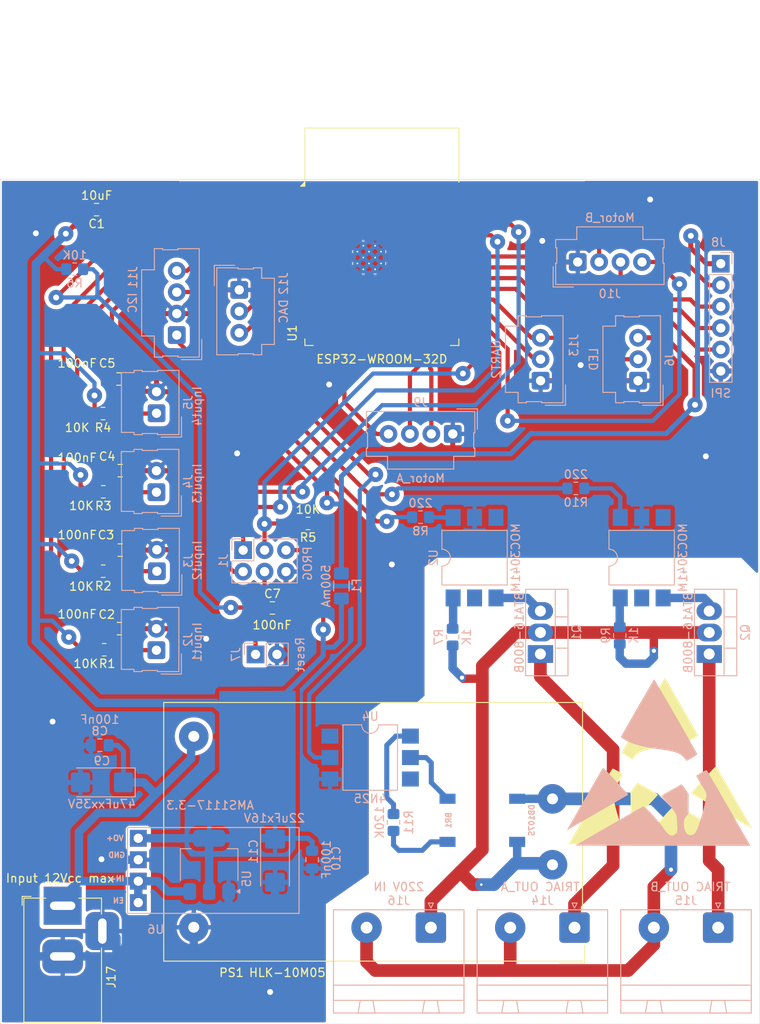
<source format=kicad_pcb>
(kicad_pcb (version 20241229) (generator "pcbnew") (generator_version "9.0")
  (layers (0 "F.Cu" signal) (2 "B.Cu" signal) (13 "F.Paste" user) (15 "B.Paste" user) (5 "F.SilkS" user "F.Silkscreen") (7 "B.SilkS" user "B.Silkscreen") (1 "F.Mask" user) (3 "B.Mask" user) (25 "Edge.Cuts" user))
  (net 0 "")
  (net 1 "+3.3V")
  (net 2 "GND")
  (net 3 "/In1")
  (net 4 "/In2")
  (net 5 "/In3")
  (net 6 "/In4")
  (net 7 "/EN")
  (net 8 "Net-(PS1-+Vout)")
  (net 9 "/NEUTRO")
  (net 10 "/FASE")
  (net 11 "/380V")
  (net 12 "/D_led")
  (net 13 "+3.3V_fused")
  (net 14 "/DTR")
  (net 15 "/TXD0")
  (net 16 "/RXD0")
  (net 17 "/CE")
  (net 18 "/CLK")
  (net 19 "/MOSI")
  (net 20 "/MISO")
  (net 21 "/IN_A_N")
  (net 22 "/IN_A_P")
  (net 23 "/EN_A")
  (net 24 "/IN_B_N")
  (net 25 "/EN_B")
  (net 26 "/IN_B_P")
  (net 27 "/SDA")
  (net 28 "/SCL")
  (net 29 "/DAC_P")
  (net 30 "/RX2")
  (net 31 "Net-(Q1-G)")
  (net 32 "Net-(Q2-G)")
  (net 33 "Net-(R7-Pad1)")
  (net 34 "Net-(R8-Pad2)")
  (net 35 "/TRIAC_A")
  (net 36 "Net-(R9-Pad1)")
  (net 37 "Net-(R10-Pad2)")
  (net 38 "/TRIAC_B")
  (net 39 "Net-(R11-Pad2)")
  (net 40 "/DAC_N")
  (net 53 "/ZERO")
  (net 55 "Net-(J15-Pin_1)")
  (net 56 "Net-(J14-Pin_1)")
  (net 57 "Net-(BR1-Pad-)")
  (footprint "Resistor_SMD:R_0805_2012Metric_Pad1.20x1.40mm_HandSolder" (layer "F.Cu") (at 42.2 106.4)
    (property "Reference" "R2")
    (property "Value" "10K")
  )
  (footprint "Capacitor_SMD:C_0805_2012Metric_Pad1.18x1.45mm_HandSolder" (layer "F.Cu") (at 44.07 83.65)
    (property "Reference" "C5")
    (property "Value" "100nF")
  )
  (footprint "Capacitor_SMD:C_0805_2012Metric_Pad1.18x1.45mm_HandSolder" (layer "F.Cu") (at 41.42 63.6 180)
    (property "Reference" "C1")
    (property "Value" "10uF")
  )
  (footprint "Resistor_SMD:R_0805_2012Metric_Pad1.20x1.40mm_HandSolder" (layer "F.Cu") (at 42.32 115.7)
    (property "Reference" "R1")
    (property "Value" "10K")
  )
  (footprint "Capacitor_SMD:C_0805_2012Metric_Pad1.18x1.45mm_HandSolder" (layer "F.Cu") (at 62.25 110.75)
    (property "Reference" "C7")
    (property "Value" "100nF")
  )
  (footprint "Connector_BarrelJack:BarrelJack_Horizontal" (layer "F.Cu") (at 37.4 146 90)
    (property "Reference" "J17")
    (property "Value" "Input 12Vcc max")
  )
  (footprint "Resistor_SMD:R_0805_2012Metric_Pad1.20x1.40mm_HandSolder" (layer "F.Cu") (at 66.47 100.75 180)
    (property "Reference" "R5")
    (property "Value" "10K")
  )
  (footprint "RF_Module:ESP32-WROOM-32D" (layer "F.Cu") (at 75.22 69.8)
    (property "Reference" "U1")
    (property "Value" "ESP32-WROOM-32D")
  )
  (footprint "Resistor_SMD:R_0805_2012Metric_Pad1.20x1.40mm_HandSolder" (layer "F.Cu") (at 42.1825 87.74)
    (property "Reference" "R4")
    (property "Value" "10K")
  )
  (footprint "Resistor_SMD:R_0805_2012Metric_Pad1.20x1.40mm_HandSolder" (layer "F.Cu") (at 42.22 97)
    (property "Reference" "R3")
    (property "Value" "10K")
  )
  (footprint "Converter_ACDC:Converter_ACDC_Hi-Link_HLK-10Mxx" (layer "F.Cu") (at 95.4325 141.15 180)
    (property "Reference" "PS1")
    (property "Value" "HLK-10M05")
  )
  (footprint "Symbol:ESD-Logo_22x20mm_SilkScreen" (layer "F.Cu") (at 108.234876 128.816654)
    (property "Reference" "REF**" (hide yes))
    (property "Value" "ESD-Logo_22x20mm_SilkScreen" (hide yes))
  )
  (footprint "Capacitor_SMD:C_0805_2012Metric_Pad1.18x1.45mm_HandSolder" (layer "F.Cu") (at 44.12 113.2)
    (property "Reference" "C2")
    (property "Value" "100nF")
  )
  (footprint "Capacitor_SMD:C_0805_2012Metric_Pad1.18x1.45mm_HandSolder" (layer "F.Cu") (at 44.22 103.9)
    (property "Reference" "C3")
    (property "Value" "100nF")
  )
  (footprint "Capacitor_SMD:C_0805_2012Metric_Pad1.18x1.45mm_HandSolder" (layer "F.Cu") (at 44.22 94.5)
    (property "Reference" "C4")
    (property "Value" "100nF")
  )
  (footprint "Capacitor_SMD:C_0805_2012Metric_Pad1.18x1.45mm_HandSolder" (layer "B.Cu") (at 66.9575 140.55 -90)
    (property "Reference" "C10")
    (property "Value" "100nF")
  )
  (footprint "Resistor_SMD:R_0805_2012Metric_Pad1.20x1.40mm_HandSolder" (layer "B.Cu") (at 79.8 100)
    (property "Reference" "R8")
    (property "Value" "220")
  )
  (footprint "Package_TO_SOT_THT:TO-220-3_Vertical" (layer "B.Cu") (at 94 116.2 90)
    (property "Reference" "Q1")
    (property "Value" "BTA16-800B")
  )
  (footprint "Connector_Molex:Molex_SL_171971-0003_1x03_P2.54mm_Vertical" (layer "B.Cu") (at 105.57 83.85 90)
    (property "Reference" "J6")
    (property "Value" "LED")
  )
  (footprint "Package_DIP:SMDIP-6_W9.53mm" (layer "B.Cu") (at 73.835 128.46 180)
    (property "Reference" "U4")
    (property "Value" "4N25")
  )
  (footprint "Package_TO_SOT_THT:TO-220-3_Vertical" (layer "B.Cu") (at 114 116.2 90)
    (property "Reference" "Q2")
    (property "Value" "BTA16-800B")
  )
  (footprint "Connector_Phoenix_GMSTB:PhoenixContact_GMSTBA_2,5_2-G-7,62_1x02_P7.62mm_Horizontal" (layer "B.Cu") (at 115.062 148.59 180)
    (property "Reference" "J15")
    (property "Value" "TRIAC OUT_B")
  )
  (footprint "Connector_Molex:Molex_SL_171971-0002_1x02_P2.54mm_Vertical" (layer "B.Cu") (at 48.5575 106.4 90)
    (property "Reference" "J3")
    (property "Value" "Input2")
  )
  (footprint "Connector_Molex:Molex_SL_171971-0004_1x04_P2.54mm_Vertical" (layer "B.Cu") (at 50.92 78.45 90)
    (property "Reference" "J11")
    (property "Value" "I2C")
  )
  (footprint "Connector_Molex:Molex_SL_171971-0004_1x04_P2.54mm_Vertical" (layer "B.Cu") (at 83.62 90.15 180)
    (property "Reference" "J9")
    (property "Value" "Motor_A")
  )
  (footprint "Package_TO_SOT_SMD:SOT-223-3_TabPin2" (layer "B.Cu") (at 54.7575 141.1625 90)
    (property "Reference" "U5")
    (property "Value" "AMS1117-3.3")
  )
  (footprint "Resistor_SMD:R_0805_2012Metric_Pad1.20x1.40mm_HandSolder" (layer "B.Cu") (at 98.2 96.6)
    (property "Reference" "R10")
    (property "Value" "220")
  )
  (footprint "Connector_Molex:Molex_SL_171971-0004_1x04_P2.54mm_Vertical" (layer "B.Cu") (at 98.42 69.8)
    (property "Reference" "J10")
    (property "Value" "Motor_B")
  )
  (footprint "Connector_Molex:Molex_SL_171971-0002_1x02_P2.54mm_Vertical" (layer "B.Cu") (at 48.5075 115.75 90)
    (property "Reference" "J2")
    (property "Value" "Input1")
  )
  (footprint "Fuse:Fuse_1206_3216Metric_Pad1.42x1.75mm_HandSolder" (layer "B.Cu") (at 70.42 108.15 90)
    (property "Reference" "F1")
    (property "Value" "500mA")
  )
  (footprint "Capacitor_SMD:C_0805_2012Metric_Pad1.18x1.45mm_HandSolder" (layer "B.Cu") (at 41.8 127 180)
    (property "Reference" "C8")
    (property "Value" "100nF")
  )
  (footprint "Connector_Phoenix_GMSTB:PhoenixContact_GMSTBA_2,5_2-G-7,62_1x02_P7.62mm_Horizontal" (layer "B.Cu") (at 81.026 148.59 180)
    (property "Reference" "J16")
    (property "Value" "220V IN")
  )
  (footprint "Connector_Molex:Molex_SL_171971-0002_1x02_P2.54mm_Vertical" (layer "B.Cu") (at 48.52 87.7 90)
    (property "Reference" "J5")
    (property "Value" "Input4")
  )
  (footprint "Resistor_SMD:R_0805_2012Metric_Pad1.20x1.40mm_HandSolder" (layer "B.Cu") (at 76.6 136.144 90)
    (property "Reference" "R11")
    (property "Value" "120K")
  )
  (footprint "lib:HW-613" (layer "B.Cu") (at 45.0875 136.7425)
    (property "Reference" "U6")
    (property "Value" "HW-613")
  )
  (footprint "Connector_Molex:Molex_SL_171971-0002_1x02_P2.54mm_Vertical" (layer "B.Cu") (at 48.5075 97.05 90)
    (property "Reference" "J4")
    (property "Value" "Input3")
  )
  (footprint "Resistor_SMD:R_0805_2012Metric_Pad1.20x1.40mm_HandSolder" (layer "B.Cu") (at 83.6 114.2 -90)
    (property "Reference" "R7")
    (property "Value" "1K")
  )
  (footprint "Resistor_SMD:R_0805_2012Metric_Pad1.20x1.40mm_HandSolder" (layer "B.Cu") (at 38.82 70.65)
    (property "Reference" "R6")
    (property "Value" "10K")
  )
  (footprint "lib:DIOB_DB107S" (layer "B.Cu") (at 87.122 135.89 -90)
    (property "Reference" "BR1")
    (property "Value" "DB107S")
  )
  (footprint "Package_DIP:SMDIP-6_W9.53mm" (layer "B.Cu") (at 106 104.8 -90)
    (property "Reference" "U3" (hide yes))
    (property "Value" "MOC3041M")
  )
  (footprint "Resistor_SMD:R_0805_2012Metric_Pad1.20x1.40mm_HandSolder" (layer "B.Cu") (at 103.4 114 -90)
    (property "Reference" "R9")
    (property "Value" "1K")
  )
  (footprint "Connector_Molex:Molex_SL_171971-0003_1x03_P2.54mm_Vertical" (layer "B.Cu") (at 58.32 73.1 -90)
    (property "Reference" "J12")
    (property "Value" "DAC")
  )
  (footprint "Connector_Phoenix_GMSTB:PhoenixContact_GMSTBA_2,5_2-G-7,62_1x02_P7.62mm_Horizontal" (layer "B.Cu") (at 98.044 148.59 180)
    (property "Reference" "J14")
    (property "Value" "TRIAC OUT_A")
  )
  (footprint "Package_DIP:SMDIP-6_W9.53mm" (layer "B.Cu") (at 86.2 104.8 -90)
    (property "Reference" "U2")
    (property "Value" "MOC3041M")
  )
  (footprint "Connector_PinHeader_2.54mm:PinHeader_2x03_P2.54mm_Vertical" (layer "B.Cu") (at 58.78 103.91 -90)
    (property "Reference" "J1")
    (property "Value" "PROG")
  )
  (footprint "Connector_PinHeader_2.54mm:PinHeader_1x02_P2.54mm_Vertical" (layer "B.Cu") (at 60.25 116.25 -90)
    (property "Reference" "J7")
    (property "Value" "Reset")
  )
  (footprint "Connector_Molex:Molex_SL_171971-0003_1x03_P2.54mm_Vertical" (layer "B.Cu") (at 94.02 83.85 90)
    (property "Reference" "J13")
    (property "Value" "UART2")
  )
  (footprint "Symbol:ESD-Logo_22x20mm_SilkScreen" (layer "B.Cu") (at 108 129 180)
    (property "Reference" "REF**" (hide yes))
    (property "Value" "ESD-Logo_22x20mm_SilkScreen" (hide yes))
  )
  (footprint "Connector_PinHeader_2.54mm:PinHeader_1x06_P2.54mm_Vertical" (layer "B.Cu") (at 115.37 70 180)
    (property "Reference" "J8")
    (property "Value" "SPI")
  )
  (footprint "Capacitor_Tantalum_SMD:CP_EIA-6032-28_Kemet-C_Pad2.25x2.35mm_HandSolder" (layer "B.Cu") (at 42.05 131.4 180)
    (property "Reference" "C9")
    (property "Value" "47uFxx35V")
  )
  (footprint "Capacitor_Tantalum_SMD:CP_EIA-6032-28_Kemet-C_Pad2.25x2.35mm_HandSolder" (layer "B.Cu") (at 62.5575 140.6625 -90)
    (property "Reference" "C11")
    (property "Value" "22uFx16V")
  )
  (gr_rect (start 65.12 60.55) (end 67.97 61.35) (stroke (width 0.2)) (fill yes) (layer "F.Cu") (net 2))
  (gr_rect (start 82.57 60.6) (end 85.42 61.4) (stroke (width 0.2)) (fill yes) (layer "F.Cu") (net 2))
  (gr_rect (start 30 60) (end 120 160) (stroke (width 0.05)) (fill no) (layer "Edge.Cuts"))
  (segment (start 41.1825 87.74) (end 41.1825 85.6125) (width 0.5) (layer "F.Cu") (net 1))
  (segment (start 46 62.82) (end 66.47 62.82) (width 0.6) (layer "F.Cu") (net 1))
  (segment (start 41.32 115.7) (end 39.62 115.7) (width 0.5) (layer "F.Cu") (net 1))
  (segment (start 39.67 106.4) (end 38.47 105.2) (width 0.5) (layer "F.Cu") (net 1))
  (segment (start 41.1825 85.6125) (end 41.17 85.6) (width 0.5) (layer "F.Cu") (net 1))
  (segment (start 37.77 66.45) (end 38.67 65.55) (width 0.6) (layer "F.Cu") (net 1))
  (segment (start 39.52 96.25) (end 39.52 95) (width 0.5) (layer "F.Cu") (net 1))
  (segment (start 43.27 65.55) (end 44.82 64) (width 0.6) (layer "F.Cu") (net 1))
  (segment (start 41.22 97) (end 40.27 97) (width 0.5) (layer "F.Cu") (net 1))
  (segment (start 38.67 65.55) (end 43.27 65.55) (width 0.6) (layer "F.Cu") (net 1))
  (segment (start 44.47 64.35) (end 43.72 63.6) (width 0.6) (layer "F.Cu") (net 1))
  (segment (start 41.2 106.4) (end 39.67 106.4) (width 0.5) (layer "F.Cu") (net 1))
  (segment (start 40.27 97) (end 39.52 96.25) (width 0.5) (layer "F.Cu") (net 1))
  (segment (start 68.27 113.3) (end 68.27 101.65) (width 0.5) (layer "F.Cu") (net 1))
  (segment (start 44.82 64) (end 46 62.82) (width 0.6) (layer "F.Cu") (net 1))
  (segment (start 43.72 63.6) (end 42.4575 63.6) (width 0.6) (layer "F.Cu") (net 1))
  (segment (start 39.62 115.7) (end 38.12 114.2) (width 0.5) (layer "F.Cu") (net 1))
  (segment (start 63.86 103.91) (end 68.27 103.91) (width 0.5) (layer "F.Cu") (net 1))
  (segment (start 68.27 101.65) (end 67.47 100.75) (width 0.5) (layer "F.Cu") (net 1))
  (via (at 38.47 105.2) (size 1.8) (drill 0.7) (layers "F.Cu" "B.Cu") (net 1))
  (via (at 41.17 85.6) (size 1.8) (drill 0.7) (layers "F.Cu" "B.Cu") (net 1))
  (via (at 38.12 114.2) (size 1.8) (drill 0.7) (layers "F.Cu" "B.Cu") (net 1))
  (via (at 39.52 95) (size 1.8) (drill 0.7) (layers "F.Cu" "B.Cu") (net 1))
  (via (at 37.77 66.45) (size 1.8) (drill 0.7) (layers "F.Cu" "B.Cu") (net 1))
  (via (at 68.27 113.3) (size 1.8) (drill 0.7) (layers "F.Cu" "B.Cu") (net 1))
  (segment (start 69.52 115.4) (end 68.27 115.4) (width 0.6) (layer "B.Cu") (net 1))
  (segment (start 68.27 115.4) (end 68.27 116.4) (width 0.6) (layer "B.Cu") (net 1))
  (segment (start 59.0825 125.5875) (end 55.4825 121.9875) (width 1) (layer "B.Cu") (net 1))
  (segment (start 62.6075 138.0125) (end 54.7575 138.0125) (width 1) (layer "B.Cu") (net 1))
  (segment (start 34.22 70) (end 35.095 69.125) (width 1) (layer "B.Cu") (net 1))
  (segment (start 66.4575 138.0125) (end 62.6075 138.0125) (width 0.6) (layer "B.Cu") (net 1))
  (segment (start 37.67 80.6) (end 34.22 80.6) (width 0.5) (layer "B.Cu") (net 1))
  (segment (start 70.42 114.5) (end 69.52 115.4) (width 0.6) (layer "B.Cu") (net 1))
  (segment (start 41.17 84.1) (end 37.67 80.6) (width 0.5) (layer "B.Cu") (net 1))
  (segment (start 36.17 112.25) (end 34.22 112.25) (width 0.5) (layer "B.Cu") (net 1))
  (segment (start 34.22 93.65) (end 38.17 93.65) (width 0.5) (layer "B.Cu") (net 1))
  (segment (start 54.7575 138.0125) (end 46.3575 138.0125) (width 1) (layer "B.Cu") (net 1))
  (segment (start 59.0825 125.5875) (end 59.0825 138.0125) (width 1) (layer "B.Cu") (net 1))
  (segment (start 34.22 114.7) (end 34.22 112.25) (width 1) (layer "B.Cu") (net 1))
  (segment (start 66.9575 138.4125) (end 66.4575 138.0125) (width 0.6) (layer "B.Cu") (net 1))
  (segment (start 54.7575 144.3125) (end 54.7575 138.0125) (width 1) (layer "B.Cu") (net 1))
  (segment (start 37.82 70.65) (end 36.62 70.65) (width 0.5) (layer "B.Cu") (net 1))
  (segment (start 41.5075 121.9875) (end 34.22 114.7) (width 1) (layer "B.Cu") (net 1))
  (segment (start 35.095 69.125) (end 35.094999 69.125001) (width 1) (layer "B.Cu") (net 1))
  (segment (start 34.22 80.6) (end 34.22 70) (width 1) (layer "B.Cu") (net 1))
  (segment (start 36.62 70.65) (end 35.095 69.125) (width 0.5) (layer "B.Cu") (net 1))
  (segment (start 34.22 93.65) (end 34.22 103.2) (width 1) (layer "B.Cu") (net 1))
  (segment (start 37.77 66.45) (end 35.094999 69.125001) (width 1) (layer "B.Cu") (net 1))
  (segment (start 68.27 116.4) (end 59.0825 125.5875) (width 0.6) (layer "B.Cu") (net 1))
  (segment (start 34.22 80.6) (end 34.22 93.65) (width 1) (layer "B.Cu") (net 1))
  (segment (start 41.17 85.6) (end 41.17 84.1) (width 0.5) (layer "B.Cu") (net 1))
  (segment (start 55.4825 121.9875) (end 41.5075 121.9875) (width 1) (layer "B.Cu") (net 1))
  (segment (start 66.9575 139.5125) (end 66.9575 138.4125) (width 0.6) (layer "B.Cu") (net 1))
  (segment (start 38.12 114.2) (end 36.17 112.25) (width 0.5) (layer "B.Cu") (net 1))
  (segment (start 70.42 109.6375) (end 70.42 114.5) (width 0.6) (layer "B.Cu") (net 1))
  (segment (start 68.27 115.4) (end 68.27 113.3) (width 0.6) (layer "B.Cu") (net 1))
  (segment (start 38.17 93.65) (end 39.52 95) (width 0.5) (layer "B.Cu") (net 1))
  (segment (start 36.47 103.2) (end 38.47 105.2) (width 0.5) (layer "B.Cu") (net 1))
  (segment (start 34.22 103.2) (end 34.22 112.25) (width 1) (layer "B.Cu") (net 1))
  (segment (start 34.22 103.2) (end 36.47 103.2) (width 0.5) (layer "B.Cu") (net 1))
  (segment (start 39.07 61.55) (end 74.42 61.55) (width 0.6) (layer "F.Cu") (net 2))
  (segment (start 118.2 65) (end 115.6 62.4) (width 0.6) (layer "F.Cu") (net 2))
  (segment (start 69.51 87.19) (end 75.52 93.2) (width 0.6) (layer "F.Cu") (net 2))
  (segment (start 50.92 75.91) (end 49.36 75.91) (width 0.6) (layer "F.Cu") (net 2))
  (segment (start 48.52 76.75) (end 48.52 85.16) (width 0.6) (layer "F.Cu") (net 2))
  (segment (start 95.92 88.862096) (end 92.907096 91.875) (width 0.6) (layer "F.Cu") (net 2))
  (segment (start 94.22 68.22) (end 94.22 67.3) (width 0.6) (layer "F.Cu") (net 2))
  (segment (start 34.22 66.4) (end 39.07 61.55) (width 0.6) (layer "F.Cu") (net 2))
  (segment (start 39.12 63.6) (end 38.07 62.55) (width 0.6) (layer "F.Cu") (net 2))
  (segment (start 63.8575 110.43) (end 63.8575 106.4525) (width 0.6) (layer "F.Cu") (net 2))
  (segment (start 63.860002 117.739998) (end 63.860002 116.25) (width 0.6) (layer "F.Cu") (net 2))
  (segment (start 83.62 91.65) (end 83.395 91.875) (width 0.6) (layer "F.Cu") (net 2))
  (segment (start 51.22 104.7) (end 51.22 111.9) (width 0.6) (layer "F.Cu") (net 2))
  (segment (start 69.51 79.31) (end 69.51 87.19) (width 0.6) (layer "F.Cu") (net 2))
  (segment (start 50.92 75.91) (end 53.06 75.91) (width 0.6) (layer "F.Cu") (net 2))
  (segment (start 45.2575 94.5) (end 48.4975 94.5) (width 0.6) (layer "F.Cu") (net 2))
  (segment (start 46.5575 85.1) (end 48.46 85.1) (width 0.6) (layer "F.Cu") (net 2))
  (segment (start 92.907096 91.875) (end 83.395 91.875) (width 0.6) (layer "F.Cu") (net 2))
  (segment (start 45.2575 103.9) (end 48.5175 103.9) (width 0.6) (layer "F.Cu") (net 2))
  (segment (start 63.86 115.18) (end 63.86 110.75) (width 0.6) (layer "F.Cu") (net 2))
  (segment (start 50.38 103.86) (end 51.22 104.7) (width 0.6) (layer "F.Cu") (net 2))
  (segment (start 106.15 61.55) (end 107 62.4) (width 0.6) (layer "F.Cu") (net 2))
  (segment (start 74.42 67.87) (end 74.42 61.55) (width 0.6) (layer "F.Cu") (net 2))
  (segment (start 105.57 83.85) (end 94.02 83.85) (width 0.6) (layer "F.Cu") (net 2))
  (segment (start 98.42 69.8) (end 95.8 69.8) (width 0.6) (layer "F.Cu") (net 2))
  (segment (start 95.92 83.85) (end 95.92 88.862096) (width 0.6) (layer "F.Cu") (net 2))
  (segment (start 48.5175 103.9) (end 48.5575 103.86) (width 0.6) (layer "F.Cu") (net 2))
  (segment (start 51.22 111.9) (end 49.91 113.21) (width 0.6) (layer "F.Cu") (net 2))
  (segment (start 63.2875 110.75) (end 63.86 110.75) (width 0.5) (layer "F.Cu") (net 2))
  (segment (start 95.8 69.8) (end 94.22 68.22) (width 0.6) (layer "F.Cu") (net 2))
  (segment (start 48.4975 94.5) (end 48.5075 94.51) (width 0.6) (layer "F.Cu") (net 2))
  (segment (start 51.22 95.7) (end 50.03 94.51) (width 0.6) (layer "F.Cu") (net 2))
  (segment (start 63.86 110.4325) (end 63.8575 110.43) (width 0.6) (layer "F.Cu") (net 2))
  (segment (start 50.03 94.51) (end 48.5075 94.51) (width 0.6) (layer "F.Cu") (net 2))
  (segment (start 50.11 94.51) (end 48.5075 94.51) (width 0.6) (layer "F.Cu") (net 2))
  (segment (start 48.5575 103.86) (end 50.16 103.86) (width 0.6) (layer "F.Cu") (net 2))
  (segment (start 40.3825 63.6) (end 39.12 63.6) (width 0.6) (layer "F.Cu") (net 2))
  (segment (start 50.16 103.86) (end 51.22 102.8) (width 0.6) (layer "F.Cu") (net 2))
  (segment (start 115.6 62.4) (end 107 62.4) (width 0.6) (layer "F.Cu") (net 2))
  (segment (start 48.46 85.1) (end 48.52 85.16) (width 0.6) (layer "F.Cu") (net 2))
  (segment (start 50.28 85.16) (end 51.22 86.1) (width 0.6) (layer "F.Cu") (net 2))
  (segment (start 49.36 75.91) (end 48.52 76.75) (width 0.6) (layer "F.Cu") (net 2))
  (segment (start 83.62 90.15) (end 83.62 91.65) (width 0.6) (layer "F.Cu") (net 2))
  (segment (start 63.860002 116.25) (end 62.79 116.25) (width 0.6) (layer "F.Cu") (net 2))
  (segment (start 55.87 73.1) (end 58.32 73.1) (width 0.6) (layer "F.Cu") (net 2))
  (segment (start 55.5 118.8) (end 62.8 118.8) (width 0.6) (layer "F.Cu") (net 2))
  (segment (start 49.91 113.21) (end 48.5075 113.21) (width 0.6) (layer "F.Cu") (net 2))
  (segment (start 63.86 110.75) (end 63.86 110.4325) (width 0.6) (layer "F.Cu") (net 2))
  (segment (start 75.52 93.2) (end 82.07 93.2) (width 0.6) (layer "F.Cu") (net 2))
  (segment (start 51.22 93.4) (end 50.11 94.51) (width 0.6) (layer "F.Cu") (net 2))
  (segment (start 45.1575 113.2) (end 48.4975 113.2) (width 0.6) (layer "F.Cu") (net 2))
  (segment (start 51.22 102.8) (end 51.22 95.7) (width 0.6) (layer "F.Cu") (net 2))
  (segment (start 49.91 113.21) (end 55.5 118.8) (width 0.6) (layer "F.Cu") (net 2))
  (segment (start 69.51 76.96) (end 69.51 79.31) (width 0.6) (layer "F.Cu") (net 2))
  (segment (start 45.1075 83.65) (end 46.5575 85.1) (width 0.6) (layer "F.Cu") (net 2))
  (segment (start 63.860002 116.25) (end 63.860002 115.26) (width 0.6) (layer "F.Cu") (net 2))
  (segment (start 115.37 82.7) (end 116.9 82.7) (width 0.6) (layer "F.Cu") (net 2))
  (segment (start 48.4975 113.2) (end 48.5075 113.21) (width 0.6) (layer "F.Cu") (net 2))
  (segment (start 83.97 61.55) (end 106.15 61.55) (width 0.6) (layer "F.Cu") (net 2))
  (segment (start 83.97 61.55) (end 74.42 61.55) (width 0.6) (layer "F.Cu") (net 2))
  (segment (start 48.5575 103.86) (end 50.38 103.86) (width 0.6) (layer "F.Cu") (net 2))
  (segment (start 82.07 93.2) (end 83.395 91.875) (width 0.6) (layer "F.Cu") (net 2))
  (segment (start 48.52 85.16) (end 50.28 85.16) (width 0.6) (layer "F.Cu") (net 2))
  (segment (start 62.8 118.8) (end 63.860002 117.739998) (width 0.6) (layer "F.Cu") (net 2))
  (segment (start 53.06 75.91) (end 55.87 73.1) (width 0.6) (layer "F.Cu") (net 2))
  (segment (start 118.2 81.4) (end 118.2 65) (width 0.6) (layer "F.Cu") (net 2))
  (segment (start 51.22 86.1) (end 51.22 93.4) (width 0.6) (layer "F.Cu") (net 2))
  (segment (start 73.72 69.27) (end 73.72 72.75) (width 0.6) (layer "F.Cu") (net 2))
  (segment (start 116.9 82.7) (end 118.2 81.4) (width 0.6) (layer "F.Cu") (net 2))
  (segment (start 73.72 72.75) (end 69.51 76.96) (width 0.6) (layer "F.Cu") (net 2))
  (via (at 54.4 114.4) (size 1.8) (drill 0.7) (layers "F.Cu" "B.Cu") (net 2))
  (via (at 107 62.4) (size 1.8) (drill 0.7) (layers "F.Cu" "B.Cu") (net 2))
  (via (at 34.22 66.4) (size 1.8) (drill 0.7) (layers "F.Cu" "B.Cu") (net 2))
  (via (at 94.22 67.3) (size 1.8) (drill 0.7) (layers "F.Cu" "B.Cu") (net 2))
  (via (at 68.97 84.3) (size 1.8) (drill 0.7) (layers "F.Cu" "B.Cu") (net 2))
  (via (at 42 140.5) (size 1.8) (drill 0.7) (layers "F.Cu" "B.Cu") (net 2))
  (via (at 98.77 82) (size 1.8) (drill 0.7) (layers "F.Cu" "B.Cu") (net 2))
  (via (at 36.2 124.2) (size 1.8) (drill 0.7) (layers "F.Cu" "B.Cu") (net 2))
  (via (at 76.4 105.6) (size 1.8) (drill 0.7) (layers "F.Cu" "B.Cu") (net 2))
  (via (at 61.976 156.21) (size 1.8) (drill 0.7) (layers "F.Cu" "B.Cu") (net 2))
  (via (at 113.6 92.8) (size 1.8) (drill 0.7) (layers "F.Cu" "B.Cu") (net 2))
  (via (at 58.07 92.45) (size 1.8) (drill 0.7) (layers "F.Cu" "B.Cu") (net 2))
  (segment (start 33.5 152) (end 37.4 152) (width 1) (layer "B.Cu") (net 2))
  (segment (start 99.12 62.4) (end 105.67 62.4) (width 0.6) (layer "B.Cu") (net 2))
  (segment (start 52.9325 151.1875) (end 52.9325 148.55) (width 1) (layer "B.Cu") (net 2))
  (segment (start 40.7625 127) (end 40 127) (width 0.6) (layer "B.Cu") (net 2))
  (segment (start 105.67 62.4) (end 107 62.4) (width 0.6) (layer "B.Cu") (net 2))
  (segment (start 94.22 67.3) (end 99.12 62.4) (width 0.6) (layer "B.Cu") (net 2))
  (segment (start 52.9325 151.1875) (end 52.12 152) (width 1) (layer "B.Cu") (net 2))
  (segment (start 57.0575 144.3125) (end 57.0575 145.9125) (width 1) (layer "B.Cu") (net 2))
  (segment (start 43 149) (end 42.1 149) (width 1) (layer "B.Cu") (net 2))
  (segment (start 66.9575 141.5875) (end 66.9575 142.6125) (width 0.6) (layer "B.Cu") (net 2))
  (segment (start 39.5 131.4) (end 32.1 131.4) (width 0.6) (layer "B.Cu") (net 2))
  (segment (start 32 131.5) (end 32 150.5) (width 1) (layer "B.Cu") (net 2))
  (segment (start 106 101.8) (end 106 100.035) (width 0.5) (layer "B.Cu") (net 2))
  (segment (start 39.5 127.5) (end 39.5 131.4) (width 0.6) (layer "B.Cu") (net 2))
  (segment (start 46.3575 140.5525) (end 42.0525 140.5525) (width 1) (layer "B.Cu") (net 2))
  (segment (start 104.6 103.2) (end 106 101.8) (width 0.5) (layer "B.Cu") (net 2))
  (segment (start 61.8 146.7125) (end 62.5575 145.955) (width 1) (layer "B.Cu") (net 2))
  (segment (start 43.775 149.775) (end 43 149) (width 1) (layer "B.Cu") (net 2))
  (segment (start 43.775 152) (end 37.4 152) (width 1) (layer "B.Cu") (net 2))
  (segment (start 57.8575 146.7125) (end 61.8 146.7125) (width 1) (layer "B.Cu") (net 2))
  (segment (start 34.22 66.4) (end 32 68.62) (width 1) (layer "B.Cu") (net 2))
  (segment (start 66.3575 143.2125) (end 62.5575 143.2125) (width 0.6) (layer "B.Cu") (net 2))
  (segment (start 62.5575 145.955) (end 62.5575 143.2125) (width 1) (layer "B.Cu") (net 2))
  (segment (start 32.1 131.4) (end 32 131.5) (width 0.6) (layer "B.Cu") (net 2))
  (segment (start 42.0525 140.5525) (end 42 140.5) (width 1) (layer "B.Cu") (net 2))
  (segment (start 86.2 100.035) (end 86.2 101.6) (width 0.5) (layer "B.Cu") (net 2))
  (segment (start 86.2 101.6) (end 87.8 103.2) (width 0.5) (layer "B.Cu") (net 2))
  (segment (start 40 127) (end 39.5 127.5) (width 0.6) (layer "B.Cu") (net 2))
  (segment (start 57.0575 145.9125) (end 57.8575 146.7125) (width 1) (layer "B.Cu") (net 2))
  (segment (start 43.775 152) (end 43.775 149.775) (width 1) (layer "B.Cu") (net 2))
  (segment (start 32 68.62) (end 32 131.5) (width 1) (layer "B.Cu") (net 2))
  (segment (start 32 150.5) (end 33.5 152) (width 1) (layer "B.Cu") (net 2))
  (segment (start 66.9575 142.6125) (end 66.3575 143.2125) (width 0.6) (layer "B.Cu") (net 2))
  (segment (start 87.8 103.2) (end 104.6 103.2) (width 0.5) (layer "B.Cu") (net 2))
  (segment (start 52.12 152) (end 44.225 152) (width 1) (layer "B.Cu") (net 2))
  (segment (start 48.16 65.36) (end 36.02 77.5) (width 0.5) (layer "F.Cu") (net 3))
  (segment (start 41.82 113.2) (end 43.0825 113.2) (width 0.5) (layer "F.Cu") (net 3))
  (segment (start 43.0825 113.2) (end 43.0825 115.4625) (width 0.5) (layer "F.Cu") (net 3))
  (segment (start 36.02 107.4) (end 41.82 113.2) (width 0.5) (layer "F.Cu") (net 3))
  (segment (start 43.0825 115.4625) (end 43.32 115.7) (width 0.5) (layer "F.Cu") (net 3))
  (segment (start 66.47 65.36) (end 48.16 65.36) (width 0.5) (layer "F.Cu") (net 3))
  (segment (start 36.02 77.5) (end 36.02 107.4) (width 0.5) (layer "F.Cu") (net 3))
  (segment (start 48.5075 115.75) (end 43.37 115.75) (width 0.5) (layer "F.Cu") (net 3))
  (segment (start 43.37 115.75) (end 43.32 115.7) (width 0.5) (layer "F.Cu") (net 3))
  (segment (start 37.52 77.75) (end 37.52 98.2375) (width 0.5) (layer "F.Cu") (net 4))
  (segment (start 43.1825 103.9) (end 43.1825 106.3825) (width 0.5) (layer "F.Cu") (net 4))
  (segment (start 43.1825 106.3825) (end 43.2 106.4) (width 0.5) (layer "F.Cu") (net 4))
  (segment (start 37.52 98.2375) (end 43.1825 103.9) (width 0.5) (layer "F.Cu") (net 4))
  (segment (start 48.64 66.63) (end 37.52 77.75) (width 0.5) (layer "F.Cu") (net 4))
  (segment (start 66.47 66.63) (end 48.64 66.63) (width 0.5) (layer "F.Cu") (net 4))
  (segment (start 43.2 106.4) (end 48.5575 106.4) (width 0.5) (layer "F.Cu") (net 4))
  (segment (start 39.12 91.95) (end 41.67 94.5) (width 0.5) (layer "F.Cu") (net 5))
  (segment (start 48.5075 97.05) (end 43.27 97.05) (width 0.5) (layer "F.Cu") (net 5))
  (segment (start 41.67 94.5) (end 43.1825 94.5) (width 0.5) (layer "F.Cu") (net 5))
  (segment (start 43.22 97) (end 43.22 94.5375) (width 0.5) (layer "F.Cu") (net 5))
  (segment (start 43.27 97.05) (end 43.22 97) (width 0.5) (layer "F.Cu") (net 5))
  (segment (start 43.22 94.5375) (end 43.1825 94.5) (width 0.5) (layer "F.Cu") (net 5))
  (segment (start 39.12 78) (end 39.12 91.95) (width 0.5) (layer "F.Cu") (net 5))
  (segment (start 66.47 67.9) (end 49.22 67.9) (width 0.5) (layer "F.Cu") (net 5))
  (segment (start 49.22 67.9) (end 39.12 78) (width 0.5) (layer "F.Cu") (net 5))
  (segment (start 43.3825 87.54) (end 43.1825 87.74) (width 0.5) (layer "F.Cu") (net 6))
  (segment (start 43.0325 83.65) (end 43.2325 83.45) (width 0.5) (layer "F.Cu") (net 6))
  (segment (start 43.3825 84) (end 43.3825 87.54) (width 0.5) (layer "F.Cu") (net 6))
  (segment (start 43.2325 75.6875) (end 49.97 68.95) (width 0.5) (layer "F.Cu") (net 6))
  (segment (start 49.97 68.95) (end 61.6 68.95) (width 0.5) (layer "F.Cu") (net 6))
  (segment (start 61.82 69.17) (end 66.47 69.17) (width 0.5) (layer "F.Cu") (net 6))
  (segment (start 61.6 68.95) (end 61.82 69.17) (width 0.5) (layer "F.Cu") (net 6))
  (segment (start 43.1825 87.74) (end 48.48 87.74) (width 0.5) (layer "F.Cu") (net 6))
  (segment (start 43.2325 83.45) (end 43.2325 75.6875) (width 0.5) (layer "F.Cu") (net 6))
  (segment (start 43.0325 83.65) (end 43.3825 84) (width 0.5) (layer "F.Cu") (net 6))
  (segment (start 48.48 87.74) (end 48.52 87.7) (width 0.5) (layer "F.Cu") (net 6))
  (segment (start 60.25 116.25) (end 60.25 112.75) (width 0.5) (layer "F.Cu") (net 7))
  (segment (start 61.32 106.45) (end 61.32 110.6075) (width 0.5) (layer "F.Cu") (net 7))
  (segment (start 61.32 111.68) (end 61.32 110.65) (width 0.5) (layer "F.Cu") (net 7))
  (segment (start 61.27 110.7) (end 61.32 110.65) (width 0.5) (layer "F.Cu") (net 7))
  (segment (start 57.32 110.7) (end 61.27 110.7) (width 0.5) (layer "F.Cu") (net 7))
  (segment (start 60.25 112.75) (end 61.32 111.68) (width 0.5) (layer "F.Cu") (net 7))
  (segment (start 66.47 64.09) (end 46.53 64.09) (width 0.5) (layer "F.Cu") (net 7))
  (segment (start 46.53 64.09) (end 36.620001 73.999999) (width 0.5) (layer "F.Cu") (net 7))
  (via (at 36.620001 73.999999) (size 1.8) (drill 0.7) (layers "F.Cu" "B.Cu") (net 7))
  (via (at 57.32 110.7) (size 1.8) (drill 0.7) (layers "F.Cu" "B.Cu") (net 7))
  (segment (start 53.67 108.9) (end 53.67 85.95) (width 0.5) (layer "B.Cu") (net 7))
  (segment (start 53.67 85.95) (end 41.719999 73.999999) (width 0.5) (layer "B.Cu") (net 7))
  (segment (start 55.47 110.7) (end 57.32 110.7) (width 0.5) (layer "B.Cu") (net 7))
  (segment (start 41.719999 73.999999) (end 36.620001 73.999999) (width 0.5) (layer "B.Cu") (net 7))
  (segment (start 41.52 71.2) (end 41.52 73.8) (width 0.5) (layer "B.Cu") (net 7))
  (segment (start 40.97 70.65) (end 41.52 71.2) (width 0.5) (layer "B.Cu") (net 7))
  (segment (start 39.82 70.65) (end 40.97 70.65) (width 0.5) (layer "B.Cu") (net 7))
  (segment (start 53.67 108.9) (end 55.47 110.7) (width 0.5) (layer "B.Cu") (net 7))
  (segment (start 41.52 73.8) (end 41.719999 73.999999) (width 0.5) (layer "B.Cu") (net 7))
  (segment (start 52.4575 144.3125) (end 49.8575 144.3125) (width 1) (layer "B.Cu") (net 8))
  (segment (start 48.6375 143.0925) (end 46.3575 143.0925) (width 1) (layer "B.Cu") (net 8))
  (segment (start 49.8575 144.3125) (end 48.6375 143.0925) (width 1) (layer "B.Cu") (net 8))
  (segment (start 46.2 135) (end 52.6125 128.5875) (width 1) (layer "B.Cu") (net 8))
  (segment (start 43.9 127) (end 44.6 127.7) (width 0.6) (layer "B.Cu") (net 8))
  (segment (start 39.32 143.1) (end 39.32 137.28) (width 1) (layer "B.Cu") (net 8))
  (segment (start 52.6125 126.27) (end 52.9325 125.95) (width 1) (layer "B.Cu") (net 8))
  (segment (start 39.32 137.28) (end 41.6 135) (width 1) (layer "B.Cu") (net 8))
  (segment (start 41.6 135) (end 46.2 135) (width 1) (layer "B.Cu") (net 8))
  (segment (start 46.3575 145.6325) (end 46.3575 143.0925) (width 1) (layer "B.Cu") (net 8))
  (segment (start 52.6125 128.5875) (end 52.6125 126.27) (width 1) (layer "B.Cu") (net 8))
  (segment (start 48.4 132.8) (end 47 131.4) (width 1) (layer "B.Cu") (net 8))
  (segment (start 39.32 143.1) (end 43.4375 143.0925) (width 1) (layer "B.Cu") (net 8))
  (segment (start 43.4375 143.0925) (end 46.3575 143.0925) (width 1) (layer "B.Cu") (net 8))
  (segment (start 37.4 145.02) (end 39.32 143.1) (width 1) (layer "B.Cu") (net 8))
  (segment (start 42.8375 127) (end 43.9 127) (width 0.6) (layer "B.Cu") (net 8))
  (segment (start 37.4 146) (end 37.4 145.02) (width 1) (layer "B.Cu") (net 8))
  (segment (start 47 131.4) (end 44.6 131.4) (width 1) (layer "B.Cu") (net 8))
  (segment (start 44.6 127.7) (end 44.6 131.4) (width 0.6) (layer "B.Cu") (net 8))
  (segment (start 107.442 148.59) (end 107.442 150.622) (width 1.5) (layer "F.Cu") (net 9))
  (segment (start 73.406 152.636) (end 74.44 153.67) (width 1.5) (layer "F.Cu") (net 9))
  (segment (start 107.442 150.622) (end 104.394 153.67) (width 1.5) (layer "F.Cu") (net 9))
  (segment (start 90.424 148.59) (end 90.424 153.416) (width 1.5) (layer "F.Cu") (net 9))
  (segment (start 74.44 153.67) (end 90.678 153.67) (width 1.5) (layer "F.Cu") (net 9))
  (segment (start 109.474 141.732) (end 107.442 143.764) (width 1.5) (layer "F.Cu") (net 9))
  (segment (start 104.394 153.67) (end 90.678 153.67) (width 1.5) (layer "F.Cu") (net 9))
  (segment (start 73.406 148.59) (end 73.406 152.636) (width 1.5) (layer "F.Cu") (net 9))
  (segment (start 107.442 143.764) (end 107.442 147.838) (width 1.5) (layer "F.Cu") (net 9))
  (segment (start 90.424 153.416) (end 90.678 153.67) (width 1.5) (layer "F.Cu") (net 9))
  (via (at 109.474 141.732) (size 0.8) (drill 0.5) (layers "F.Cu" "B.Cu") (net 9))
  (segment (start 95.4325 133.35) (end 95.25 133.35) (width 1) (layer "B.Cu") (net 9))
  (segment (start 101.6 133.35) (end 95.4325 133.35) (width 1.5) (layer "B.Cu") (net 9))
  (segment (start 101.6 133.35) (end 107.442 133.35) (width 1.5) (layer "B.Cu") (net 9))
  (segment (start 109.474 135.382) (end 109.474 141.732) (width 1.5) (layer "B.Cu") (net 9))
  (segment (start 95.25 133.35) (end 95.23959 133.33959) (width 1) (layer "B.Cu") (net 9))
  (segment (start 107.442 133.35) (end 109.474 135.382) (width 1.5) (layer "B.Cu") (net 9))
  (segment (start 95.23959 133.33959) (end 91.24642 133.33959) (width 1) (layer "B.Cu") (net 9))
  (segment (start 87.122 117.602) (end 91.064 113.66) (width 1.5) (layer "F.Cu") (net 10))
  (segment (start 84.5 142) (end 81.026 145.474) (width 1.5) (layer "F.Cu") (net 10))
  (segment (start 114 113.66) (end 107.442 113.66) (width 1.5) (layer "F.Cu") (net 10))
  (segment (start 91.064 113.66) (end 94 113.66) (width 1.5) (layer "F.Cu") (net 10))
  (segment (start 87.122 119.126) (end 87.122 117.602) (width 1.5) (layer "F.Cu") (net 10))
  (segment (start 84.5 142) (end 86 143.5) (width 1.5) (layer "F.Cu") (net 10))
  (segment (start 86 143.5) (end 87 143.5) (width 1.5) (layer "F.Cu") (net 10))
  (segment (start 84.836 119.126) (end 87.122 119.126) (width 1) (layer "F.Cu") (net 10))
  (segment (start 107.442 113.66) (end 94 113.66) (width 1.5) (layer "F.Cu") (net 10))
  (segment (start 87.122 119.126) (end 87.122 139.378) (width 1.5) (layer "F.Cu") (net 10))
  (segment (start 81.026 145.474) (end 81.026 148.59) (width 1.5) (layer "F.Cu") (net 10))
  (segment (start 87.122 139.378) (end 84.5 142) (width 1.5) (layer "F.Cu") (net 10))
  (segment (start 107.442 115.824) (end 107.442 113.66) (width 1) (layer "F.Cu") (net 10))
  (segment (start 84.709 118.999) (end 84.836 119.126) (width 0.6) (layer "F.Cu") (net 10))
  (via (at 84.709 118.999) (size 0.8) (drill 0.5) (layers "F.Cu" "B.Cu") (net 10))
  (via (at 87 143.5) (size 0.6) (drill 0.3) (layers "F.Cu" "B.Cu") (net 10))
  (via (at 107.442 115.824) (size 0.8) (drill 0.5) (layers "F.Cu" "B.Cu") (net 10))
  (segment (start 103.4 116.608) (end 104.14 117.348) (width 1) (layer "B.Cu") (net 10))
  (segment (start 91.24642 138.43959) (end 91.24642 140.91917) (width 1) (layer "B.Cu") (net 10))
  (segment (start 107.442 116.586) (end 107.442 115.824) (width 1) (layer "B.Cu") (net 10))
  (segment (start 88.5 143.5) (end 87 143.5) (width 1.5) (layer "B.Cu") (net 10))
  (segment (start 104.14 117.348) (end 106.68 117.348) (width 1) (layer "B.Cu") (net 10))
  (segment (start 83.6 117.89) (end 84.709 118.999) (width 1) (layer "B.Cu") (net 10))
  (segment (start 83.6 115.2) (end 83.6 117.89) (width 1) (layer "B.Cu") (net 10))
  (segment (start 91.24642 140.91917) (end 91.186 140.97959) (width 1) (layer "B.Cu") (net 10))
  (segment (start 84.709 118.999) (end 84.71 119) (width 0.6) (layer "B.Cu") (net 10))
  (segment (start 91.02041 140.97959) (end 88.5 143.5) (width 1.5) (layer "B.Cu") (net 10))
  (segment (start 95.4325 141.15) (end 95.26209 140.97959) (width 1.5) (layer "B.Cu") (net 10))
  (segment (start 91.186 140.97959) (end 91.02041 140.97959) (width 1.5) (layer "B.Cu") (net 10))
  (segment (start 95.26209 140.97959) (end 91.186 140.97959) (width 1.5) (layer "B.Cu") (net 10))
  (segment (start 106.68 117.348) (end 107.442 116.586) (width 1) (layer "B.Cu") (net 10))
  (segment (start 103.4 115) (end 103.4 116.608) (width 1) (layer "B.Cu") (net 10))
  (segment (start 81.01641 138.43959) (end 82.99642 138.43959) (width 0.6) (layer "B.Cu") (net 11))
  (segment (start 76.6 137.144) (end 76.6 138.83) (width 0.6) (layer "B.Cu") (net 11))
  (segment (start 80.01 139.446) (end 81.01641 138.43959) (width 0.6) (layer "B.Cu") (net 11))
  (segment (start 77.216 139.446) (end 80.01 139.446) (width 0.6) (layer "B.Cu") (net 11))
  (segment (start 76.6 138.83) (end 77.216 139.446) (width 0.6) (layer "B.Cu") (net 11))
  (segment (start 102.77 81.31) (end 105.57 81.31) (width 0.5) (layer "F.Cu") (net 12))
  (segment (start 92.94 78.77) (end 100.23 78.77) (width 0.5) (layer "F.Cu") (net 12))
  (segment (start 88.42 74.25) (end 92.94 78.77) (width 0.5) (layer "F.Cu") (net 12))
  (segment (start 100.23 78.77) (end 102.77 81.31) (width 0.5) (layer "F.Cu") (net 12))
  (segment (start 83.885 74.25) (end 88.42 74.25) (width 0.5) (layer "F.Cu") (net 12))
  (segment (start 68.72 96.9) (end 68.72 98.3) (width 0.5) (layer "F.Cu") (net 13))
  (segment (start 113.67 70) (end 111.82 68.15) (width 0.6) (layer "F.Cu") (net 13))
  (segment (start 105.57 78.77) (end 108.84 78.77) (width 0.6) (layer "F.Cu") (net 13))
  (segment (start 108.84 78.77) (end 112.32 82.25) (width 0.6) (layer "F.Cu") (net 13))
  (segment (start 68.72 96.9) (end 50.92 79.1) (width 0.5) (layer "F.Cu") (net 13))
  (segment (start 50.92 79.1) (end 50.92 78.45) (width 0.5) (layer "F.Cu") (net 13))
  (segment (start 115.37 70) (end 113.67 70) (width 0.6) (layer "F.Cu") (net 13))
  (segment (start 112.32 82.25) (end 112.32 86.7) (width 0.6) (layer "F.Cu") (net 13))
  (segment (start 111.82 68.15) (end 111.82 66.7) (width 0.6) (layer "F.Cu") (net 13))
  (via (at 68.72 98.3) (size 1.8) (drill 0.7) (layers "F.Cu" "B.Cu") (net 13))
  (via (at 112.32 86.7) (size 1.8) (drill 0.7) (layers "F.Cu" "B.Cu") (net 13))
  (via (at 111.82 66.7) (size 1.8) (drill 0.7) (layers "F.Cu" "B.Cu") (net 13))
  (segment (start 108.92 90.1) (end 112.32 86.7) (width 0.6) (layer "B.Cu") (net 13))
  (segment (start 70.42 95.18) (end 73.1 92.5) (width 0.6) (layer "B.Cu") (net 13))
  (segment (start 70.42 98.45) (end 70.42 95.18) (width 0.6) (layer "B.Cu") (net 13))
  (segment (start 112.62 86.4) (end 112.62 67.5) (width 0.6) (layer "B.Cu") (net 13))
  (segment (start 92.87 90.1) (end 108.92 90.1) (width 0.6) (layer "B.Cu") (net 13))
  (segment (start 73.1 92.5) (end 90.47 92.5) (width 0.6) (layer "B.Cu") (net 13))
  (segment (start 112.62 67.5) (end 111.82 66.7) (width 0.6) (layer "B.Cu") (net 13))
  (segment (start 68.87 98.45) (end 68.72 98.3) (width 0.6) (layer "B.Cu") (net 13))
  (segment (start 90.47 92.5) (end 92.87 90.1) (width 0.6) (layer "B.Cu") (net 13))
  (segment (start 70.42 106.6625) (end 70.42 98.45) (width 0.6) (layer "B.Cu") (net 13))
  (segment (start 112.32 86.7) (end 112.62 86.4) (width 0.6) (layer "B.Cu") (net 13))
  (segment (start 70.42 98.45) (end 68.87 98.45) (width 0.6) (layer "B.Cu") (net 13))
  (segment (start 61.32 103.91) (end 61.32 100.8) (width 0.5) (layer "F.Cu") (net 14))
  (segment (start 86.72 81.1) (end 86.72 78.86) (width 0.5) (layer "F.Cu") (net 14))
  (segment (start 84.82 83) (end 86.72 81.1) (width 0.5) (layer "F.Cu") (net 14))
  (segment (start 86.72 78.86) (end 85.92 78.06) (width 0.5) (layer "F.Cu") (net 14))
  (segment (start 65.47 100.75) (end 61.37 100.75) (width 0.5) (layer "F.Cu") (net 14))
  (segment (start 85.92 78.06) (end 83.97 78.06) (width 0.5) (layer "F.Cu") (net 14))
  (segment (start 61.37 100.75) (end 61.32 100.8) (width 0.5) (layer "F.Cu") (net 14))
  (via (at 61.32 100.8) (size 1.8) (drill 0.7) (layers "F.Cu" "B.Cu") (net 14))
  (via (at 84.82 83) (size 1.8) (drill 0.7) (layers "F.Cu" "B.Cu") (net 14))
  (segment (start 74.17 83) (end 61.32 95.85) (width 0.5) (layer "B.Cu") (net 14))
  (segment (start 84.82 83) (end 74.17 83) (width 0.5) (layer "B.Cu") (net 14))
  (segment (start 61.32 95.85) (end 61.32 100.8) (width 0.5) (layer "B.Cu") (net 14))
  (segment (start 90.53 65.36) (end 91.42 66.25) (width 0.5) (layer "F.Cu") (net 15))
  (segment (start 58.78 106.45) (end 57.65 106.45) (width 0.5) (layer "F.Cu") (net 15))
  (segment (start 59.609996 97.000004) (end 65.8 97.000004) (width 0.5) (layer "F.Cu") (net 15))
  (segment (start 56.8 105.6) (end 56.8 99.81) (width 0.5) (layer "F.Cu") (net 15))
  (segment (start 83.97 65.36) (end 90.53 65.36) (width 0.5) (layer "F.Cu") (net 15))
  (segment (start 57.65 106.45) (end 56.8 105.6) (width 0.5) (layer "F.Cu") (net 15))
  (segment (start 56.8 99.81) (end 59.609996 97.000004) (width 0.5) (layer "F.Cu") (net 15))
  (via (at 91.42 66.25) (size 1.8) (drill 0.7) (layers "F.Cu" "B.Cu") (net 15))
  (via (at 65.8 97.000004) (size 1.8) (drill 0.7) (layers "F.Cu" "B.Cu") (net 15))
  (segment (start 65.8 96.2) (end 65.8 97.000004) (width 0.5) (layer "B.Cu") (net 15))
  (segment (start 91.42 66.25) (end 91.42 81.6) (width 0.5) (layer "B.Cu") (net 15))
  (segment (start 91.42 81.6) (end 86.27 86.75) (width 0.5) (layer "B.Cu") (net 15))
  (segment (start 75.25 86.75) (end 65.8 96.2) (width 0.5) (layer "B.Cu") (net 15))
  (segment (start 86.27 86.75) (end 75.25 86.75) (width 0.5) (layer "B.Cu") (net 15))
  (segment (start 60.270002 98.799998) (end 63.2 98.799998) (width 0.5) (layer "F.Cu") (net 16))
  (segment (start 58.78 100.29) (end 60.270002 98.799998) (width 0.5) (layer "F.Cu") (net 16))
  (segment (start 83.97 66.63) (end 88.15 66.63) (width 0.5) (layer "F.Cu") (net 16))
  (segment (start 88.15 66.63) (end 88.92 67.4) (width 0.5) (layer "F.Cu") (net 16))
  (segment (start 58.78 103.91) (end 58.78 100.29) (width 0.5) (layer "F.Cu") (net 16))
  (via (at 63.2 98.799998) (size 1.8) (drill 0.7) (layers "F.Cu" "B.Cu") (net 16))
  (via (at 88.92 67.4) (size 1.8) (drill 0.7) (layers "F.Cu" "B.Cu") (net 16))
  (segment (start 88.92 67.4) (end 88.92 82.2) (width 0.5) (layer "B.Cu") (net 16))
  (segment (start 74.495 85) (end 63.2 96.295) (width 0.5) (layer "B.Cu") (net 16))
  (segment (start 86.12 85) (end 74.495 85) (width 0.5) (layer "B.Cu") (net 16))
  (segment (start 63.2 96.295) (end 63.2 98.799998) (width 0.5) (layer "B.Cu") (net 16))
  (segment (start 88.92 82.2) (end 86.12 85) (width 0.5) (layer "B.Cu") (net 16))
  (segment (start 91.05 72.98) (end 94.82 76.75) (width 0.5) (layer "F.Cu") (net 17))
  (segment (start 94.82 76.75) (end 109.37 76.75) (width 0.5) (layer "F.Cu") (net 17))
  (segment (start 83.97 72.98) (end 91.05 72.98) (width 0.5) (layer "F.Cu") (net 17))
  (segment (start 109.37 76.75) (end 112.78 80.16) (width 0.5) (layer "F.Cu") (net 17))
  (segment (start 112.78 80.16) (end 115.37 80.16) (width 0.5) (layer "F.Cu") (net 17))
  (segment (start 112.69 77.62) (end 110.57 75.5) (width 0.5) (layer "F.Cu") (net 18))
  (segment (start 95.32 75.5) (end 91.53 71.71) (width 0.5) (layer "F.Cu") (net 18))
  (segment (start 110.57 75.5) (end 95.32 75.5) (width 0.5) (layer "F.Cu") (net 18))
  (segment (start 91.53 71.71) (end 83.97 71.71) (width 0.5) (layer "F.Cu") (net 18))
  (segment (start 115.37 77.62) (end 112.69 77.62) (width 0.5) (layer "F.Cu") (net 18))
  (segment (start 113.94 72.54) (end 115.37 72.54) (width 0.5) (layer "F.Cu") (net 19))
  (segment (start 103.4 67.2) (end 108.6 67.2) (width 0.5) (layer "F.Cu") (net 19))
  (segment (start 99.02 62.82) (end 103.4 67.2) (width 0.5) (layer "F.Cu") (net 19))
  (segment (start 83.97 62.82) (end 99.02 62.82) (width 0.5) (layer "F.Cu") (net 19))
  (segment (start 108.6 67.2) (end 113.94 72.54) (width 0.5) (layer "F.Cu") (net 19))
  (segment (start 111.75 74.23) (end 95.85 74.23) (width 0.5) (layer "F.Cu") (net 20))
  (segment (start 92.06 70.44) (end 83.97 70.44) (width 0.5) (layer "F.Cu") (net 20))
  (segment (start 115.37 75.08) (end 112.6 75.08) (width 0.5) (layer "F.Cu") (net 20))
  (segment (start 112.6 75.08) (end 111.75 74.23) (width 0.5) (layer "F.Cu") (net 20))
  (segment (start 95.85 74.23) (end 92.06 70.44) (width 0.5) (layer "F.Cu") (net 20))
  (segment (start 81.08 82.54) (end 80.94 82.4) (width 0.5) (layer "F.Cu") (net 21))
  (segment (start 81.08 90.15) (end 81.08 82.54) (width 0.5) (layer "F.Cu") (net 21))
  (segment (start 80.94 82.4) (end 80.94 79.31) (width 0.5) (layer "F.Cu") (net 21))
  (segment (start 78.54 90.15) (end 78.54 83.18) (width 0.5) (layer "F.Cu") (net 22))
  (segment (start 79.67 82.05) (end 79.67 79.31) (width 0.5) (layer "F.Cu") (net 22))
  (segment (start 78.54 83.18) (end 79.67 82.05) (width 0.5) (layer "F.Cu") (net 22))
  (segment (start 70.78 86.38) (end 74.55 90.15) (width 0.5) (layer "F.Cu") (net 23))
  (segment (start 74.55 90.15) (end 76 90.15) (width 0.5) (layer "F.Cu") (net 23))
  (segment (start 70.78 79.31) (end 70.78 86.38) (width 0.5) (layer "F.Cu") (net 23))
  (segment (start 98.41 64.09) (end 83.97 64.09) (width 0.5) (layer "F.Cu") (net 24))
  (segment (start 100.96 69.8) (end 100.96 66.64) (width 0.5) (layer "F.Cu") (net 24))
  (segment (start 100.96 66.64) (end 98.41 64.09) (width 0.5) (layer "F.Cu") (net 24))
  (segment (start 90.12 80.1) (end 90.12 88.6) (width 0.5) (layer "F.Cu") (net 25))
  (segment (start 83.97 76.79) (end 86.81 76.79) (width 0.5) (layer "F.Cu") (net 25))
  (segment (start 86.81 76.79) (end 90.12 80.1) (width 0.5) (layer "F.Cu") (net 25))
  (segment (start 106.04 69.8) (end 107.870002 69.8) (width 0.5) (layer "F.Cu") (net 25))
  (segment (start 107.870002 69.8) (end 110.470002 72.4) (width 0.5) (layer "F.Cu") (net 25))
  (via (at 110.470002 72.4) (size 1.8) (drill 0.7) (layers "F.Cu" "B.Cu") (net 25))
  (via (at 90.12 88.6) (size 1.8) (drill 0.7) (layers "F.Cu" "B.Cu") (net 25))
  (segment (start 107.32 88.6) (end 110.470002 85.449998) (width 0.5) (layer "B.Cu") (net 25))
  (segment (start 110.470002 85.449998) (end 110.470002 72.4) (width 0.5) (layer "B.Cu") (net 25))
  (segment (start 90.12 88.6) (end 107.32 88.6) (width 0.5) (layer "B.Cu") (net 25))
  (segment (start 103.5 71.62) (end 103.5 69.8) (width 0.5) (layer "F.Cu") (net 26))
  (segment (start 92.72 69.15) (end 96.12 72.55) (width 0.5) (layer "F.Cu") (net 26))
  (segment (start 87.72 69.15) (end 92.72 69.15) (width 0.5) (layer "F.Cu") (net 26))
  (segment (start 102.57 72.55) (end 103.5 71.62) (width 0.5) (layer "F.Cu") (net 26))
  (segment (start 86.47 67.9) (end 87.72 69.15) (width 0.5) (layer "F.Cu") (net 26))
  (segment (start 96.12 72.55) (end 102.57 72.55) (width 0.5) (layer "F.Cu") (net 26))
  (segment (start 83.97 67.9) (end 86.47 67.9) (width 0.5) (layer "F.Cu") (net 26))
  (segment (start 52.980365 70) (end 52.150365 70.83) (width 0.5) (layer "F.Cu") (net 27))
  (segment (start 60.82 70) (end 52.980365 70) (width 0.5) (layer "F.Cu") (net 27))
  (segment (start 61.26 70.44) (end 60.82 70) (width 0.5) (layer "F.Cu") (net 27))
  (segment (start 52.150365 70.83) (end 50.92 70.83) (width 0.5) (layer "F.Cu") (net 27))
  (segment (start 66.37 70.44) (end 61.26 70.44) (width 0.5) (layer "F.Cu") (net 27))
  (segment (start 60.73 71.71) (end 66.37 71.71) (width 0.5) (layer "F.Cu") (net 28))
  (segment (start 60.27 71.25) (end 60.73 71.71) (width 0.5) (layer "F.Cu") (net 28))
  (segment (start 53.47 73.35) (end 55.57 71.25) (width 0.5) (layer "F.Cu") (net 28))
  (segment (start 50.94 73.35) (end 53.47 73.35) (width 0.5) (layer "F.Cu") (net 28))
  (segment (start 55.57 71.25) (end 60.27 71.25) (width 0.5) (layer "F.Cu") (net 28))
  (segment (start 50.92 73.37) (end 50.94 73.35) (width 0.5) (layer "F.Cu") (net 28))
  (segment (start 61.84 72.98) (end 59.18 75.64) (width 0.5) (layer "F.Cu") (net 29))
  (segment (start 66.37 72.98) (end 61.84 72.98) (width 0.5) (layer "F.Cu") (net 29))
  (segment (start 59.18 75.64) (end 58.32 75.64) (width 0.5) (layer "F.Cu") (net 29))
  (segment (start 87.49 75.52) (end 93.28 81.31) (width 0.5) (layer "F.Cu") (net 30))
  (segment (start 83.885 75.52) (end 87.49 75.52) (width 0.5) (layer "F.Cu") (net 30))
  (segment (start 93.28 81.31) (end 94.02 81.31) (width 0.5) (layer "F.Cu") (net 30))
  (segment (start 88.74 109.565) (end 92.445 109.565) (width 1) (layer "B.Cu") (net 31))
  (segment (start 92.445 109.565) (end 94 111.12) (width 1) (layer "B.Cu") (net 31))
  (segment (start 108.54 109.565) (end 113.365 109.565) (width 1) (layer "B.Cu") (net 32))
  (segment (start 113.365 109.565) (end 114 110.2) (width 1) (layer "B.Cu") (net 32))
  (segment (start 114 110.2) (end 114 111.12) (width 0.6) (layer "B.Cu") (net 32))
  (segment (start 83.66 109.565) (end 83.66 113.14) (width 1) (layer "B.Cu") (net 33))
  (segment (start 80.8 100) (end 80.835 100.035) (width 0.5) (layer "B.Cu") (net 34))
  (segment (start 80.835 100.035) (end 83.66 100.035) (width 0.5) (layer "B.Cu") (net 34))
  (segment (start 61.52 77.9) (end 61.52 87.45) (width 0.5) (layer "F.Cu") (net 35))
  (segment (start 63.9 75.52) (end 61.52 77.9) (width 0.5) (layer "F.Cu") (net 35))
  (segment (start 66.37 75.52) (end 63.9 75.52) (width 0.5) (layer "F.Cu") (net 35))
  (segment (start 61.52 87.45) (end 74.57 100.5) (width 0.5) (layer "F.Cu") (net 35))
  (segment (start 74.57 100.5) (end 75.800006 100.5) (width 0.5) (layer "F.Cu") (net 35))
  (via (at 75.800006 100.5) (size 1.8) (drill 0.7) (layers "F.Cu" "B.Cu") (net 35))
  (segment (start 76.300006 100) (end 75.800006 100.5) (width 0.5) (layer "B.Cu") (net 35))
  (segment (start 78.8 100) (end 76.300006 100) (width 0.5) (layer "B.Cu") (net 35))
  (segment (start 103.4 109.625) (end 103.4 113) (width 1) (layer "B.Cu") (net 36))
  (segment (start 103.46 97.66) (end 102.4 96.6) (width 0.5) (layer "B.Cu") (net 37))
  (segment (start 102.4 96.6) (end 99.2 96.6) (width 0.5) (layer "B.Cu") (net 37))
  (segment (start 103.46 100.035) (end 103.46 97.66) (width 0.5) (layer "B.Cu") (net 37))
  (segment (start 73.67 97.3) (end 76.42 97.3) (width 0.5) (layer "F.Cu") (net 38))
  (segment (start 66.47 76.79) (end 64.88 76.79) (width 0.5) (layer "F.Cu") (net 38))
  (segment (start 63.43 87.06) (end 73.67 97.3) (width 0.5) (layer "F.Cu") (net 38))
  (segment (start 63.43 78.24) (end 63.43 87.06) (width 0.5) (layer "F.Cu") (net 38))
  (segment (start 64.88 76.79) (end 63.43 78.24) (width 0.5) (layer "F.Cu") (net 38))
  (via (at 76.42 97.3) (size 1.8) (drill 0.7) (layers "F.Cu" "B.Cu") (net 38))
  (segment (start 77.12 96.6) (end 76.42 97.3) (width 0.5) (layer "B.Cu") (net 38))
  (segment (start 97.2 96.6) (end 77.12 96.6) (width 0.5) (layer "B.Cu") (net 38))
  (segment (start 76.6 134) (end 75.8 133.2) (width 0.6) (layer "B.Cu") (net 39))
  (segment (start 75.8 133.2) (end 75.8 127) (width 0.6) (layer "B.Cu") (net 39))
  (segment (start 76.88 125.92) (end 78.6 125.92) (width 0.6) (layer "B.Cu") (net 39))
  (segment (start 75.8 127) (end 76.88 125.92) (width 0.6) (layer "B.Cu") (net 39))
  (segment (start 76.6 135.144) (end 76.6 134) (width 0.6) (layer "B.Cu") (net 39))
  (segment (start 62.92 74.25) (end 58.99 78.18) (width 0.5) (layer "F.Cu") (net 40))
  (segment (start 58.99 78.18) (end 58.32 78.18) (width 0.5) (layer "F.Cu") (net 40))
  (segment (start 66.37 74.25) (end 62.92 74.25) (width 0.5) (layer "F.Cu") (net 40))
  (segment (start 73.67 94.95) (end 74.47 94.95) (width 0.5) (layer "F.Cu") (net 53))
  (segment (start 66.47 87.75) (end 73.67 94.95) (width 0.5) (layer "F.Cu") (net 53))
  (segment (start 66.47 78.06) (end 66.47 87.75) (width 0.5) (layer "F.Cu") (net 53))
  (via (at 74.47 94.95) (size 1.8) (drill 0.7) (layers "F.Cu" "B.Cu") (net 53))
  (segment (start 72.6 96.82) (end 74.47 94.95) (width 0.5) (layer "B.Cu") (net 53))
  (segment (start 66.6 121) (end 72.6 115) (width 0.5) (layer "B.Cu") (net 53))
  (segment (start 66.6 127.8) (end 66.6 121) (width 0.5) (layer "B.Cu") (net 53))
  (segment (start 72.6 115) (end 72.6 96.82) (width 0.5) (layer "B.Cu") (net 53))
  (segment (start 67.26 128.46) (end 66.6 127.8) (width 0.5) (layer "B.Cu") (net 53))
  (segment (start 69.07 128.46) (end 67.26 128.46) (width 0.5) (layer "B.Cu") (net 53))
  (segment (start 115.062 141.732) (end 114 140.67) (width 1.5) (layer "F.Cu") (net 55))
  (segment (start 114 140.67) (end 114 116.2) (width 1.5) (layer "F.Cu") (net 55))
  (segment (start 115.062 148.59) (end 115.062 141.732) (width 1.5) (layer "F.Cu") (net 55))
  (segment (start 98.044 148.59) (end 98.044 145.796) (width 1.5) (layer "F.Cu") (net 56))
  (segment (start 94 118.892) (end 94 116.2) (width 1.5) (layer "F.Cu") (net 56))
  (segment (start 102.616 141.224) (end 102.616 127.508) (width 1.5) (layer "F.Cu") (net 56))
  (segment (start 102.616 127.508) (end 94 118.892) (width 1.5) (layer "F.Cu") (net 56))
  (segment (start 98.044 145.796) (end 102.616 141.224) (width 1.5) (layer "F.Cu") (net 56))
  (segment (start 81.07442 129.07442) (end 81.07442 131.41759) (width 0.6) (layer "B.Cu") (net 57))
  (segment (start 80.46 128.46) (end 81.07442 129.07442) (width 0.6) (layer "B.Cu") (net 57))
  (segment (start 81.07442 131.41759) (end 82.99642 133.33959) (width 0.6) (layer "B.Cu") (net 57))
  (segment (start 78.6 128.46) (end 80.46 128.46) (width 0.6) (layer "B.Cu") (net 57))
  (zone (net 2) (net_name "GND") (layers "F.Cu" "B.Cu") (priority 1) (connect_pads (clearance 0.5)) (min_thickness 0.3) (fill yes (thermal_gap 0.3) (thermal_bridge_width 0.5))
    (polygon (pts (xy 120 60) (xy 30 60) (xy 30 160) (xy 120 160)))
  )
  (zone (net 0) (net_name "") (layers "F.Cu" "B.Cu") (connect_pads (clearance 0)) (min_thickness 0.25)
    (keepout (tracks allowed) (vias allowed) (pads allowed) (copperpour not_allowed) (footprints allowed))
    (fill (thermal_gap 0.5) (thermal_bridge_width 0.5))
    (polygon (pts (xy 120 160) (xy 68.834 160.02) (xy 68.58 160.02) (xy 68.58 145.796) (xy 73.66 142.24) (xy 73.66 123.063) (xy 75.184 121.92) (xy 79.381086 121.92) (xy 80.264 121.139344) (xy 80.264 105.880001) (xy 81.788 104.8) (xy 117.8 104.8) (xy 120 107)))
  )
  (zone (net 1) (net_name "+3.3V") (layer "B.Cu") (name "thermal_pad") (priority 1) (connect_pads (clearance 0.5)) (min_thickness 0.25) (fill yes (thermal_gap 0.5) (thermal_bridge_width 0.5))
    (polygon (pts (xy 51.85 139.2) (xy 51.85 134) (xy 55.95 130.1) (xy 55.95 120.58227) (xy 65 120.550177) (xy 65 130.269444) (xy 65 139.2) (xy 64.2 140.2) (xy 53.25 140.2) (xy 52.55 140.2)))
  )
)
</source>
